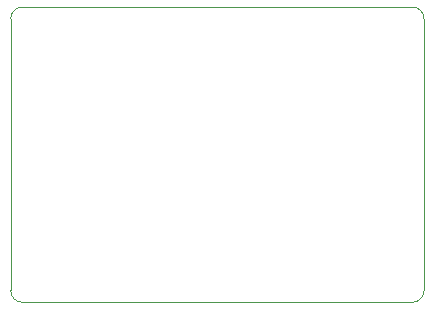
<source format=gbr>
%TF.GenerationSoftware,KiCad,Pcbnew,8.0.3*%
%TF.CreationDate,2024-12-25T15:45:28+08:00*%
%TF.ProjectId,ICM-42688,49434d2d-3432-4363-9838-2e6b69636164,rev?*%
%TF.SameCoordinates,Original*%
%TF.FileFunction,Profile,NP*%
%FSLAX46Y46*%
G04 Gerber Fmt 4.6, Leading zero omitted, Abs format (unit mm)*
G04 Created by KiCad (PCBNEW 8.0.3) date 2024-12-25 15:45:28*
%MOMM*%
%LPD*%
G01*
G04 APERTURE LIST*
%TA.AperFunction,Profile*%
%ADD10C,0.050000*%
%TD*%
G04 APERTURE END LIST*
D10*
X120000000Y-94000000D02*
X120000000Y-71000000D01*
X121000000Y-95000000D02*
G75*
G02*
X120000000Y-94000000I0J1000000D01*
G01*
X155000000Y-71000000D02*
X155000000Y-94000000D01*
X120000000Y-71000000D02*
G75*
G02*
X121000000Y-70000000I1000000J0D01*
G01*
X121000000Y-70000000D02*
X154000000Y-70000000D01*
X154000000Y-70000000D02*
G75*
G02*
X155000000Y-71000000I0J-1000000D01*
G01*
X155000000Y-94000000D02*
G75*
G02*
X154000000Y-95000000I-1000000J0D01*
G01*
X154000000Y-95000000D02*
X121000000Y-95000000D01*
M02*

</source>
